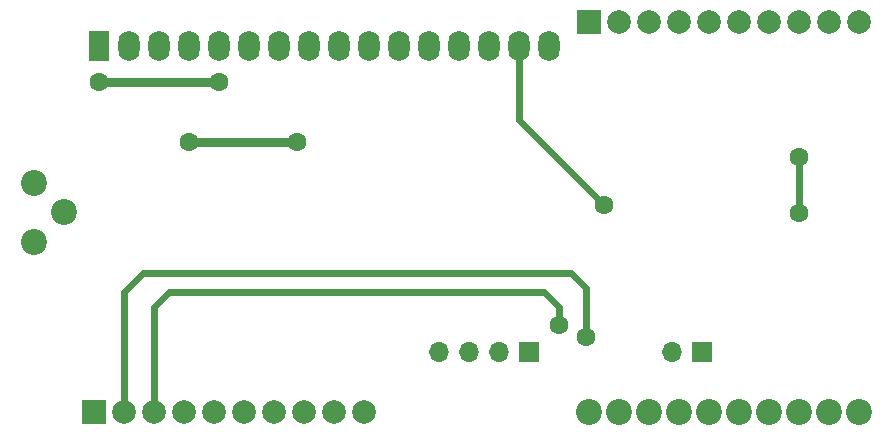
<source format=gbr>
G04 #@! TF.GenerationSoftware,KiCad,Pcbnew,(5.1.8)-1*
G04 #@! TF.CreationDate,2020-11-29T01:25:36+03:00*
G04 #@! TF.ProjectId,LCD,4c43442e-6b69-4636-9164-5f7063625858,rev?*
G04 #@! TF.SameCoordinates,Original*
G04 #@! TF.FileFunction,Copper,L1,Top*
G04 #@! TF.FilePolarity,Positive*
%FSLAX46Y46*%
G04 Gerber Fmt 4.6, Leading zero omitted, Abs format (unit mm)*
G04 Created by KiCad (PCBNEW (5.1.8)-1) date 2020-11-29 01:25:36*
%MOMM*%
%LPD*%
G01*
G04 APERTURE LIST*
G04 #@! TA.AperFunction,ComponentPad*
%ADD10O,1.800000X2.600000*%
G04 #@! TD*
G04 #@! TA.AperFunction,ComponentPad*
%ADD11R,1.800000X2.600000*%
G04 #@! TD*
G04 #@! TA.AperFunction,ComponentPad*
%ADD12C,2.200000*%
G04 #@! TD*
G04 #@! TA.AperFunction,ComponentPad*
%ADD13R,2.000000X2.000000*%
G04 #@! TD*
G04 #@! TA.AperFunction,ComponentPad*
%ADD14C,2.000000*%
G04 #@! TD*
G04 #@! TA.AperFunction,ComponentPad*
%ADD15R,1.700000X1.700000*%
G04 #@! TD*
G04 #@! TA.AperFunction,ComponentPad*
%ADD16O,1.700000X1.700000*%
G04 #@! TD*
G04 #@! TA.AperFunction,ViaPad*
%ADD17C,2.200000*%
G04 #@! TD*
G04 #@! TA.AperFunction,ViaPad*
%ADD18C,1.600000*%
G04 #@! TD*
G04 #@! TA.AperFunction,Conductor*
%ADD19C,0.600000*%
G04 #@! TD*
G04 #@! TA.AperFunction,Conductor*
%ADD20C,0.800000*%
G04 #@! TD*
G04 APERTURE END LIST*
D10*
X116586000Y-31242000D03*
X114046000Y-31242000D03*
X111506000Y-31242000D03*
X108966000Y-31242000D03*
X106426000Y-31242000D03*
X103886000Y-31242000D03*
X101346000Y-31242000D03*
X98806000Y-31242000D03*
X96266000Y-31242000D03*
X93726000Y-31242000D03*
X91186000Y-31242000D03*
X88646000Y-31242000D03*
X86106000Y-31242000D03*
X83566000Y-31242000D03*
X81026000Y-31242000D03*
D11*
X78486000Y-31242000D03*
D12*
X73025000Y-47862500D03*
X75525000Y-45362500D03*
X73025000Y-42862500D03*
D13*
X78105000Y-62230000D03*
D14*
X80645000Y-62230000D03*
X83185000Y-62230000D03*
X85725000Y-62230000D03*
X88265000Y-62230000D03*
X90805000Y-62230000D03*
X93345000Y-62230000D03*
X95885000Y-62230000D03*
X98425000Y-62230000D03*
X100965000Y-62230000D03*
X142875000Y-29210000D03*
X140335000Y-29210000D03*
X137795000Y-29210000D03*
X135255000Y-29210000D03*
X132715000Y-29210000D03*
X130175000Y-29210000D03*
X127635000Y-29210000D03*
X125095000Y-29210000D03*
X122555000Y-29210000D03*
D13*
X120015000Y-29210000D03*
D15*
X114935000Y-57150000D03*
D16*
X112395000Y-57150000D03*
X109855000Y-57150000D03*
X107315000Y-57150000D03*
D15*
X129540000Y-57150000D03*
D16*
X127000000Y-57150000D03*
D17*
X120015000Y-62230000D03*
X122555000Y-62230000D03*
X125095000Y-62230000D03*
X127635000Y-62230000D03*
X130175000Y-62230000D03*
X132715000Y-62230000D03*
X135255000Y-62230000D03*
X137795000Y-62230000D03*
X140335000Y-62230000D03*
X142875000Y-62230000D03*
D18*
X121285000Y-44767500D03*
X119697500Y-55880000D03*
X117475000Y-54927500D03*
X88646000Y-34290000D03*
X78486000Y-34290000D03*
X137795000Y-40640000D03*
X137795000Y-45402500D03*
X86106000Y-39370000D03*
X95250000Y-39370000D03*
D19*
X114046000Y-37528500D02*
X121285000Y-44767500D01*
X114046000Y-31242000D02*
X114046000Y-37528500D01*
X80645000Y-62230000D02*
X80645000Y-52070000D01*
X80645000Y-52070000D02*
X82232500Y-50482500D01*
X82232500Y-50482500D02*
X118427500Y-50482500D01*
X119697500Y-51752500D02*
X119697500Y-55880000D01*
X118427500Y-50482500D02*
X119697500Y-51752500D01*
X83185000Y-62230000D02*
X83185000Y-53340000D01*
X83185000Y-53340000D02*
X84455000Y-52070000D01*
X84455000Y-52070000D02*
X116205000Y-52070000D01*
X117475000Y-53340000D02*
X117475000Y-54927500D01*
X116205000Y-52070000D02*
X117475000Y-53340000D01*
D20*
X78486000Y-34290000D02*
X88646000Y-34290000D01*
D19*
X137795000Y-40640000D02*
X137795000Y-45402500D01*
D20*
X86106000Y-39370000D02*
X95250000Y-39370000D01*
M02*

</source>
